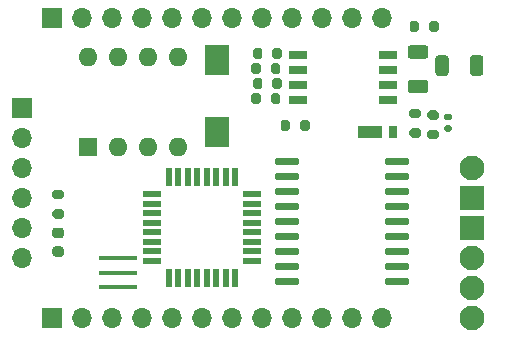
<source format=gbr>
%TF.GenerationSoftware,KiCad,Pcbnew,(5.1.7)-1*%
%TF.CreationDate,2020-10-24T02:10:46+09:00*%
%TF.ProjectId,canboard,63616e62-6f61-4726-942e-6b696361645f,rev?*%
%TF.SameCoordinates,Original*%
%TF.FileFunction,Soldermask,Top*%
%TF.FilePolarity,Negative*%
%FSLAX46Y46*%
G04 Gerber Fmt 4.6, Leading zero omitted, Abs format (unit mm)*
G04 Created by KiCad (PCBNEW (5.1.7)-1) date 2020-10-24 02:10:46*
%MOMM*%
%LPD*%
G01*
G04 APERTURE LIST*
%ADD10O,1.700000X1.700000*%
%ADD11R,1.700000X1.700000*%
%ADD12R,2.000000X2.500000*%
%ADD13R,3.200000X0.400000*%
%ADD14O,1.600000X1.600000*%
%ADD15R,1.600000X1.600000*%
%ADD16R,0.550000X1.600000*%
%ADD17R,1.600000X0.550000*%
%ADD18R,1.600000X0.760000*%
%ADD19C,2.100000*%
%ADD20R,2.100000X2.100000*%
%ADD21R,2.000000X1.100000*%
%ADD22R,0.800000X1.100000*%
G04 APERTURE END LIST*
%TO.C,R9*%
G36*
G01*
X241891000Y-28427000D02*
X241891000Y-28977000D01*
G75*
G02*
X241691000Y-29177000I-200000J0D01*
G01*
X241291000Y-29177000D01*
G75*
G02*
X241091000Y-28977000I0J200000D01*
G01*
X241091000Y-28427000D01*
G75*
G02*
X241291000Y-28227000I200000J0D01*
G01*
X241691000Y-28227000D01*
G75*
G02*
X241891000Y-28427000I0J-200000D01*
G01*
G37*
G36*
G01*
X243541000Y-28427000D02*
X243541000Y-28977000D01*
G75*
G02*
X243341000Y-29177000I-200000J0D01*
G01*
X242941000Y-29177000D01*
G75*
G02*
X242741000Y-28977000I0J200000D01*
G01*
X242741000Y-28427000D01*
G75*
G02*
X242941000Y-28227000I200000J0D01*
G01*
X243341000Y-28227000D01*
G75*
G02*
X243541000Y-28427000I0J-200000D01*
G01*
G37*
%TD*%
D10*
%TO.C,J2*%
X208280000Y-48260000D03*
X208280000Y-45720000D03*
X208280000Y-43180000D03*
X208280000Y-40640000D03*
X208280000Y-38100000D03*
D11*
X208280000Y-35560000D03*
%TD*%
D12*
%TO.C,SW1*%
X224790000Y-37656000D03*
X224790000Y-31496000D03*
%TD*%
D13*
%TO.C,Y1*%
X216408000Y-48330000D03*
X216408000Y-49530000D03*
X216408000Y-50730000D03*
%TD*%
%TO.C,U4*%
G36*
G01*
X231755000Y-50142000D02*
X231755000Y-50442000D01*
G75*
G02*
X231605000Y-50592000I-150000J0D01*
G01*
X229855000Y-50592000D01*
G75*
G02*
X229705000Y-50442000I0J150000D01*
G01*
X229705000Y-50142000D01*
G75*
G02*
X229855000Y-49992000I150000J0D01*
G01*
X231605000Y-49992000D01*
G75*
G02*
X231755000Y-50142000I0J-150000D01*
G01*
G37*
G36*
G01*
X231755000Y-48872000D02*
X231755000Y-49172000D01*
G75*
G02*
X231605000Y-49322000I-150000J0D01*
G01*
X229855000Y-49322000D01*
G75*
G02*
X229705000Y-49172000I0J150000D01*
G01*
X229705000Y-48872000D01*
G75*
G02*
X229855000Y-48722000I150000J0D01*
G01*
X231605000Y-48722000D01*
G75*
G02*
X231755000Y-48872000I0J-150000D01*
G01*
G37*
G36*
G01*
X231755000Y-47602000D02*
X231755000Y-47902000D01*
G75*
G02*
X231605000Y-48052000I-150000J0D01*
G01*
X229855000Y-48052000D01*
G75*
G02*
X229705000Y-47902000I0J150000D01*
G01*
X229705000Y-47602000D01*
G75*
G02*
X229855000Y-47452000I150000J0D01*
G01*
X231605000Y-47452000D01*
G75*
G02*
X231755000Y-47602000I0J-150000D01*
G01*
G37*
G36*
G01*
X231755000Y-46332000D02*
X231755000Y-46632000D01*
G75*
G02*
X231605000Y-46782000I-150000J0D01*
G01*
X229855000Y-46782000D01*
G75*
G02*
X229705000Y-46632000I0J150000D01*
G01*
X229705000Y-46332000D01*
G75*
G02*
X229855000Y-46182000I150000J0D01*
G01*
X231605000Y-46182000D01*
G75*
G02*
X231755000Y-46332000I0J-150000D01*
G01*
G37*
G36*
G01*
X231755000Y-45062000D02*
X231755000Y-45362000D01*
G75*
G02*
X231605000Y-45512000I-150000J0D01*
G01*
X229855000Y-45512000D01*
G75*
G02*
X229705000Y-45362000I0J150000D01*
G01*
X229705000Y-45062000D01*
G75*
G02*
X229855000Y-44912000I150000J0D01*
G01*
X231605000Y-44912000D01*
G75*
G02*
X231755000Y-45062000I0J-150000D01*
G01*
G37*
G36*
G01*
X231755000Y-43792000D02*
X231755000Y-44092000D01*
G75*
G02*
X231605000Y-44242000I-150000J0D01*
G01*
X229855000Y-44242000D01*
G75*
G02*
X229705000Y-44092000I0J150000D01*
G01*
X229705000Y-43792000D01*
G75*
G02*
X229855000Y-43642000I150000J0D01*
G01*
X231605000Y-43642000D01*
G75*
G02*
X231755000Y-43792000I0J-150000D01*
G01*
G37*
G36*
G01*
X231755000Y-42522000D02*
X231755000Y-42822000D01*
G75*
G02*
X231605000Y-42972000I-150000J0D01*
G01*
X229855000Y-42972000D01*
G75*
G02*
X229705000Y-42822000I0J150000D01*
G01*
X229705000Y-42522000D01*
G75*
G02*
X229855000Y-42372000I150000J0D01*
G01*
X231605000Y-42372000D01*
G75*
G02*
X231755000Y-42522000I0J-150000D01*
G01*
G37*
G36*
G01*
X231755000Y-41252000D02*
X231755000Y-41552000D01*
G75*
G02*
X231605000Y-41702000I-150000J0D01*
G01*
X229855000Y-41702000D01*
G75*
G02*
X229705000Y-41552000I0J150000D01*
G01*
X229705000Y-41252000D01*
G75*
G02*
X229855000Y-41102000I150000J0D01*
G01*
X231605000Y-41102000D01*
G75*
G02*
X231755000Y-41252000I0J-150000D01*
G01*
G37*
G36*
G01*
X231755000Y-39982000D02*
X231755000Y-40282000D01*
G75*
G02*
X231605000Y-40432000I-150000J0D01*
G01*
X229855000Y-40432000D01*
G75*
G02*
X229705000Y-40282000I0J150000D01*
G01*
X229705000Y-39982000D01*
G75*
G02*
X229855000Y-39832000I150000J0D01*
G01*
X231605000Y-39832000D01*
G75*
G02*
X231755000Y-39982000I0J-150000D01*
G01*
G37*
G36*
G01*
X241055000Y-39982000D02*
X241055000Y-40282000D01*
G75*
G02*
X240905000Y-40432000I-150000J0D01*
G01*
X239155000Y-40432000D01*
G75*
G02*
X239005000Y-40282000I0J150000D01*
G01*
X239005000Y-39982000D01*
G75*
G02*
X239155000Y-39832000I150000J0D01*
G01*
X240905000Y-39832000D01*
G75*
G02*
X241055000Y-39982000I0J-150000D01*
G01*
G37*
G36*
G01*
X241055000Y-41252000D02*
X241055000Y-41552000D01*
G75*
G02*
X240905000Y-41702000I-150000J0D01*
G01*
X239155000Y-41702000D01*
G75*
G02*
X239005000Y-41552000I0J150000D01*
G01*
X239005000Y-41252000D01*
G75*
G02*
X239155000Y-41102000I150000J0D01*
G01*
X240905000Y-41102000D01*
G75*
G02*
X241055000Y-41252000I0J-150000D01*
G01*
G37*
G36*
G01*
X241055000Y-42522000D02*
X241055000Y-42822000D01*
G75*
G02*
X240905000Y-42972000I-150000J0D01*
G01*
X239155000Y-42972000D01*
G75*
G02*
X239005000Y-42822000I0J150000D01*
G01*
X239005000Y-42522000D01*
G75*
G02*
X239155000Y-42372000I150000J0D01*
G01*
X240905000Y-42372000D01*
G75*
G02*
X241055000Y-42522000I0J-150000D01*
G01*
G37*
G36*
G01*
X241055000Y-43792000D02*
X241055000Y-44092000D01*
G75*
G02*
X240905000Y-44242000I-150000J0D01*
G01*
X239155000Y-44242000D01*
G75*
G02*
X239005000Y-44092000I0J150000D01*
G01*
X239005000Y-43792000D01*
G75*
G02*
X239155000Y-43642000I150000J0D01*
G01*
X240905000Y-43642000D01*
G75*
G02*
X241055000Y-43792000I0J-150000D01*
G01*
G37*
G36*
G01*
X241055000Y-45062000D02*
X241055000Y-45362000D01*
G75*
G02*
X240905000Y-45512000I-150000J0D01*
G01*
X239155000Y-45512000D01*
G75*
G02*
X239005000Y-45362000I0J150000D01*
G01*
X239005000Y-45062000D01*
G75*
G02*
X239155000Y-44912000I150000J0D01*
G01*
X240905000Y-44912000D01*
G75*
G02*
X241055000Y-45062000I0J-150000D01*
G01*
G37*
G36*
G01*
X241055000Y-46332000D02*
X241055000Y-46632000D01*
G75*
G02*
X240905000Y-46782000I-150000J0D01*
G01*
X239155000Y-46782000D01*
G75*
G02*
X239005000Y-46632000I0J150000D01*
G01*
X239005000Y-46332000D01*
G75*
G02*
X239155000Y-46182000I150000J0D01*
G01*
X240905000Y-46182000D01*
G75*
G02*
X241055000Y-46332000I0J-150000D01*
G01*
G37*
G36*
G01*
X241055000Y-47602000D02*
X241055000Y-47902000D01*
G75*
G02*
X240905000Y-48052000I-150000J0D01*
G01*
X239155000Y-48052000D01*
G75*
G02*
X239005000Y-47902000I0J150000D01*
G01*
X239005000Y-47602000D01*
G75*
G02*
X239155000Y-47452000I150000J0D01*
G01*
X240905000Y-47452000D01*
G75*
G02*
X241055000Y-47602000I0J-150000D01*
G01*
G37*
G36*
G01*
X241055000Y-48872000D02*
X241055000Y-49172000D01*
G75*
G02*
X240905000Y-49322000I-150000J0D01*
G01*
X239155000Y-49322000D01*
G75*
G02*
X239005000Y-49172000I0J150000D01*
G01*
X239005000Y-48872000D01*
G75*
G02*
X239155000Y-48722000I150000J0D01*
G01*
X240905000Y-48722000D01*
G75*
G02*
X241055000Y-48872000I0J-150000D01*
G01*
G37*
G36*
G01*
X241055000Y-50142000D02*
X241055000Y-50442000D01*
G75*
G02*
X240905000Y-50592000I-150000J0D01*
G01*
X239155000Y-50592000D01*
G75*
G02*
X239005000Y-50442000I0J150000D01*
G01*
X239005000Y-50142000D01*
G75*
G02*
X239155000Y-49992000I150000J0D01*
G01*
X240905000Y-49992000D01*
G75*
G02*
X241055000Y-50142000I0J-150000D01*
G01*
G37*
%TD*%
D14*
%TO.C,U3*%
X213868000Y-31242000D03*
X221488000Y-38862000D03*
X216408000Y-31242000D03*
X218948000Y-38862000D03*
X218948000Y-31242000D03*
X216408000Y-38862000D03*
X221488000Y-31242000D03*
D15*
X213868000Y-38862000D03*
%TD*%
D16*
%TO.C,U1*%
X220720000Y-41470000D03*
X221520000Y-41470000D03*
X222320000Y-41470000D03*
X223120000Y-41470000D03*
X223920000Y-41470000D03*
X224720000Y-41470000D03*
X225520000Y-41470000D03*
X226320000Y-41470000D03*
D17*
X227770000Y-42920000D03*
X227770000Y-43720000D03*
X227770000Y-44520000D03*
X227770000Y-45320000D03*
X227770000Y-46120000D03*
X227770000Y-46920000D03*
X227770000Y-47720000D03*
X227770000Y-48520000D03*
D16*
X226320000Y-49970000D03*
X225520000Y-49970000D03*
X224720000Y-49970000D03*
X223920000Y-49970000D03*
X223120000Y-49970000D03*
X222320000Y-49970000D03*
X221520000Y-49970000D03*
X220720000Y-49970000D03*
D17*
X219270000Y-48520000D03*
X219270000Y-47720000D03*
X219270000Y-46920000D03*
X219270000Y-46120000D03*
X219270000Y-45320000D03*
X219270000Y-44520000D03*
X219270000Y-43720000D03*
X219270000Y-42920000D03*
%TD*%
D18*
%TO.C,SW2*%
X239268000Y-31115000D03*
X231648000Y-34925000D03*
X239268000Y-32385000D03*
X231648000Y-33655000D03*
X239268000Y-33655000D03*
X231648000Y-32385000D03*
X239268000Y-34925000D03*
X231648000Y-31115000D03*
%TD*%
%TO.C,R18*%
G36*
G01*
X241829000Y-36468000D02*
X241279000Y-36468000D01*
G75*
G02*
X241079000Y-36268000I0J200000D01*
G01*
X241079000Y-35868000D01*
G75*
G02*
X241279000Y-35668000I200000J0D01*
G01*
X241829000Y-35668000D01*
G75*
G02*
X242029000Y-35868000I0J-200000D01*
G01*
X242029000Y-36268000D01*
G75*
G02*
X241829000Y-36468000I-200000J0D01*
G01*
G37*
G36*
G01*
X241829000Y-38118000D02*
X241279000Y-38118000D01*
G75*
G02*
X241079000Y-37918000I0J200000D01*
G01*
X241079000Y-37518000D01*
G75*
G02*
X241279000Y-37318000I200000J0D01*
G01*
X241829000Y-37318000D01*
G75*
G02*
X242029000Y-37518000I0J-200000D01*
G01*
X242029000Y-37918000D01*
G75*
G02*
X241829000Y-38118000I-200000J0D01*
G01*
G37*
%TD*%
%TO.C,R16*%
G36*
G01*
X242803000Y-37446000D02*
X243353000Y-37446000D01*
G75*
G02*
X243553000Y-37646000I0J-200000D01*
G01*
X243553000Y-38046000D01*
G75*
G02*
X243353000Y-38246000I-200000J0D01*
G01*
X242803000Y-38246000D01*
G75*
G02*
X242603000Y-38046000I0J200000D01*
G01*
X242603000Y-37646000D01*
G75*
G02*
X242803000Y-37446000I200000J0D01*
G01*
G37*
G36*
G01*
X242803000Y-35796000D02*
X243353000Y-35796000D01*
G75*
G02*
X243553000Y-35996000I0J-200000D01*
G01*
X243553000Y-36396000D01*
G75*
G02*
X243353000Y-36596000I-200000J0D01*
G01*
X242803000Y-36596000D01*
G75*
G02*
X242603000Y-36396000I0J200000D01*
G01*
X242603000Y-35996000D01*
G75*
G02*
X242803000Y-35796000I200000J0D01*
G01*
G37*
%TD*%
%TO.C,R15*%
G36*
G01*
X229342000Y-35073000D02*
X229342000Y-34523000D01*
G75*
G02*
X229542000Y-34323000I200000J0D01*
G01*
X229942000Y-34323000D01*
G75*
G02*
X230142000Y-34523000I0J-200000D01*
G01*
X230142000Y-35073000D01*
G75*
G02*
X229942000Y-35273000I-200000J0D01*
G01*
X229542000Y-35273000D01*
G75*
G02*
X229342000Y-35073000I0J200000D01*
G01*
G37*
G36*
G01*
X227692000Y-35073000D02*
X227692000Y-34523000D01*
G75*
G02*
X227892000Y-34323000I200000J0D01*
G01*
X228292000Y-34323000D01*
G75*
G02*
X228492000Y-34523000I0J-200000D01*
G01*
X228492000Y-35073000D01*
G75*
G02*
X228292000Y-35273000I-200000J0D01*
G01*
X227892000Y-35273000D01*
G75*
G02*
X227692000Y-35073000I0J200000D01*
G01*
G37*
%TD*%
%TO.C,R14*%
G36*
G01*
X229470000Y-33803000D02*
X229470000Y-33253000D01*
G75*
G02*
X229670000Y-33053000I200000J0D01*
G01*
X230070000Y-33053000D01*
G75*
G02*
X230270000Y-33253000I0J-200000D01*
G01*
X230270000Y-33803000D01*
G75*
G02*
X230070000Y-34003000I-200000J0D01*
G01*
X229670000Y-34003000D01*
G75*
G02*
X229470000Y-33803000I0J200000D01*
G01*
G37*
G36*
G01*
X227820000Y-33803000D02*
X227820000Y-33253000D01*
G75*
G02*
X228020000Y-33053000I200000J0D01*
G01*
X228420000Y-33053000D01*
G75*
G02*
X228620000Y-33253000I0J-200000D01*
G01*
X228620000Y-33803000D01*
G75*
G02*
X228420000Y-34003000I-200000J0D01*
G01*
X228020000Y-34003000D01*
G75*
G02*
X227820000Y-33803000I0J200000D01*
G01*
G37*
%TD*%
%TO.C,R13*%
G36*
G01*
X229342000Y-32533000D02*
X229342000Y-31983000D01*
G75*
G02*
X229542000Y-31783000I200000J0D01*
G01*
X229942000Y-31783000D01*
G75*
G02*
X230142000Y-31983000I0J-200000D01*
G01*
X230142000Y-32533000D01*
G75*
G02*
X229942000Y-32733000I-200000J0D01*
G01*
X229542000Y-32733000D01*
G75*
G02*
X229342000Y-32533000I0J200000D01*
G01*
G37*
G36*
G01*
X227692000Y-32533000D02*
X227692000Y-31983000D01*
G75*
G02*
X227892000Y-31783000I200000J0D01*
G01*
X228292000Y-31783000D01*
G75*
G02*
X228492000Y-31983000I0J-200000D01*
G01*
X228492000Y-32533000D01*
G75*
G02*
X228292000Y-32733000I-200000J0D01*
G01*
X227892000Y-32733000D01*
G75*
G02*
X227692000Y-32533000I0J200000D01*
G01*
G37*
%TD*%
%TO.C,R12*%
G36*
G01*
X229470000Y-31263000D02*
X229470000Y-30713000D01*
G75*
G02*
X229670000Y-30513000I200000J0D01*
G01*
X230070000Y-30513000D01*
G75*
G02*
X230270000Y-30713000I0J-200000D01*
G01*
X230270000Y-31263000D01*
G75*
G02*
X230070000Y-31463000I-200000J0D01*
G01*
X229670000Y-31463000D01*
G75*
G02*
X229470000Y-31263000I0J200000D01*
G01*
G37*
G36*
G01*
X227820000Y-31263000D02*
X227820000Y-30713000D01*
G75*
G02*
X228020000Y-30513000I200000J0D01*
G01*
X228420000Y-30513000D01*
G75*
G02*
X228620000Y-30713000I0J-200000D01*
G01*
X228620000Y-31263000D01*
G75*
G02*
X228420000Y-31463000I-200000J0D01*
G01*
X228020000Y-31463000D01*
G75*
G02*
X227820000Y-31263000I0J200000D01*
G01*
G37*
%TD*%
%TO.C,R10*%
G36*
G01*
X243277500Y-32629001D02*
X243277500Y-31378999D01*
G75*
G02*
X243527499Y-31129000I249999J0D01*
G01*
X244152501Y-31129000D01*
G75*
G02*
X244402500Y-31378999I0J-249999D01*
G01*
X244402500Y-32629001D01*
G75*
G02*
X244152501Y-32879000I-249999J0D01*
G01*
X243527499Y-32879000D01*
G75*
G02*
X243277500Y-32629001I0J249999D01*
G01*
G37*
G36*
G01*
X246202500Y-32629001D02*
X246202500Y-31378999D01*
G75*
G02*
X246452499Y-31129000I249999J0D01*
G01*
X247077501Y-31129000D01*
G75*
G02*
X247327500Y-31378999I0J-249999D01*
G01*
X247327500Y-32629001D01*
G75*
G02*
X247077501Y-32879000I-249999J0D01*
G01*
X246452499Y-32879000D01*
G75*
G02*
X246202500Y-32629001I0J249999D01*
G01*
G37*
%TD*%
%TO.C,R8*%
G36*
G01*
X242433001Y-31419500D02*
X241182999Y-31419500D01*
G75*
G02*
X240933000Y-31169501I0J249999D01*
G01*
X240933000Y-30544499D01*
G75*
G02*
X241182999Y-30294500I249999J0D01*
G01*
X242433001Y-30294500D01*
G75*
G02*
X242683000Y-30544499I0J-249999D01*
G01*
X242683000Y-31169501D01*
G75*
G02*
X242433001Y-31419500I-249999J0D01*
G01*
G37*
G36*
G01*
X242433001Y-34344500D02*
X241182999Y-34344500D01*
G75*
G02*
X240933000Y-34094501I0J249999D01*
G01*
X240933000Y-33469499D01*
G75*
G02*
X241182999Y-33219500I249999J0D01*
G01*
X242433001Y-33219500D01*
G75*
G02*
X242683000Y-33469499I0J-249999D01*
G01*
X242683000Y-34094501D01*
G75*
G02*
X242433001Y-34344500I-249999J0D01*
G01*
G37*
%TD*%
%TO.C,R2*%
G36*
G01*
X211053000Y-44176000D02*
X211603000Y-44176000D01*
G75*
G02*
X211803000Y-44376000I0J-200000D01*
G01*
X211803000Y-44776000D01*
G75*
G02*
X211603000Y-44976000I-200000J0D01*
G01*
X211053000Y-44976000D01*
G75*
G02*
X210853000Y-44776000I0J200000D01*
G01*
X210853000Y-44376000D01*
G75*
G02*
X211053000Y-44176000I200000J0D01*
G01*
G37*
G36*
G01*
X211053000Y-42526000D02*
X211603000Y-42526000D01*
G75*
G02*
X211803000Y-42726000I0J-200000D01*
G01*
X211803000Y-43126000D01*
G75*
G02*
X211603000Y-43326000I-200000J0D01*
G01*
X211053000Y-43326000D01*
G75*
G02*
X210853000Y-43126000I0J200000D01*
G01*
X210853000Y-42726000D01*
G75*
G02*
X211053000Y-42526000I200000J0D01*
G01*
G37*
%TD*%
%TO.C,R1*%
G36*
G01*
X230969000Y-36809000D02*
X230969000Y-37359000D01*
G75*
G02*
X230769000Y-37559000I-200000J0D01*
G01*
X230369000Y-37559000D01*
G75*
G02*
X230169000Y-37359000I0J200000D01*
G01*
X230169000Y-36809000D01*
G75*
G02*
X230369000Y-36609000I200000J0D01*
G01*
X230769000Y-36609000D01*
G75*
G02*
X230969000Y-36809000I0J-200000D01*
G01*
G37*
G36*
G01*
X232619000Y-36809000D02*
X232619000Y-37359000D01*
G75*
G02*
X232419000Y-37559000I-200000J0D01*
G01*
X232019000Y-37559000D01*
G75*
G02*
X231819000Y-37359000I0J200000D01*
G01*
X231819000Y-36809000D01*
G75*
G02*
X232019000Y-36609000I200000J0D01*
G01*
X232419000Y-36609000D01*
G75*
G02*
X232619000Y-36809000I0J-200000D01*
G01*
G37*
%TD*%
D19*
%TO.C,J6*%
X246380000Y-53340000D03*
X246380000Y-50800000D03*
X246380000Y-48260000D03*
D20*
X246380000Y-45720000D03*
%TD*%
D19*
%TO.C,J4*%
X246380000Y-40640000D03*
D20*
X246380000Y-43180000D03*
%TD*%
D10*
%TO.C,J3*%
X238760000Y-27940000D03*
X236220000Y-27940000D03*
X233680000Y-27940000D03*
X231140000Y-27940000D03*
X228600000Y-27940000D03*
X226060000Y-27940000D03*
X223520000Y-27940000D03*
X220980000Y-27940000D03*
X218440000Y-27940000D03*
X215900000Y-27940000D03*
X213360000Y-27940000D03*
D11*
X210820000Y-27940000D03*
%TD*%
D10*
%TO.C,J1*%
X238760000Y-53340000D03*
X236220000Y-53340000D03*
X233680000Y-53340000D03*
X231140000Y-53340000D03*
X228600000Y-53340000D03*
X226060000Y-53340000D03*
X223520000Y-53340000D03*
X220980000Y-53340000D03*
X218440000Y-53340000D03*
X215900000Y-53340000D03*
X213360000Y-53340000D03*
D11*
X210820000Y-53340000D03*
%TD*%
D21*
%TO.C,D3*%
X237744000Y-37592000D03*
D22*
X239644000Y-37592000D03*
%TD*%
%TO.C,D1*%
G36*
G01*
X211584250Y-46614500D02*
X211071750Y-46614500D01*
G75*
G02*
X210853000Y-46395750I0J218750D01*
G01*
X210853000Y-45958250D01*
G75*
G02*
X211071750Y-45739500I218750J0D01*
G01*
X211584250Y-45739500D01*
G75*
G02*
X211803000Y-45958250I0J-218750D01*
G01*
X211803000Y-46395750D01*
G75*
G02*
X211584250Y-46614500I-218750J0D01*
G01*
G37*
G36*
G01*
X211584250Y-48189500D02*
X211071750Y-48189500D01*
G75*
G02*
X210853000Y-47970750I0J218750D01*
G01*
X210853000Y-47533250D01*
G75*
G02*
X211071750Y-47314500I218750J0D01*
G01*
X211584250Y-47314500D01*
G75*
G02*
X211803000Y-47533250I0J-218750D01*
G01*
X211803000Y-47970750D01*
G75*
G02*
X211584250Y-48189500I-218750J0D01*
G01*
G37*
%TD*%
%TO.C,C7*%
G36*
G01*
X244178000Y-37058000D02*
X244518000Y-37058000D01*
G75*
G02*
X244658000Y-37198000I0J-140000D01*
G01*
X244658000Y-37478000D01*
G75*
G02*
X244518000Y-37618000I-140000J0D01*
G01*
X244178000Y-37618000D01*
G75*
G02*
X244038000Y-37478000I0J140000D01*
G01*
X244038000Y-37198000D01*
G75*
G02*
X244178000Y-37058000I140000J0D01*
G01*
G37*
G36*
G01*
X244178000Y-36098000D02*
X244518000Y-36098000D01*
G75*
G02*
X244658000Y-36238000I0J-140000D01*
G01*
X244658000Y-36518000D01*
G75*
G02*
X244518000Y-36658000I-140000J0D01*
G01*
X244178000Y-36658000D01*
G75*
G02*
X244038000Y-36518000I0J140000D01*
G01*
X244038000Y-36238000D01*
G75*
G02*
X244178000Y-36098000I140000J0D01*
G01*
G37*
%TD*%
M02*

</source>
